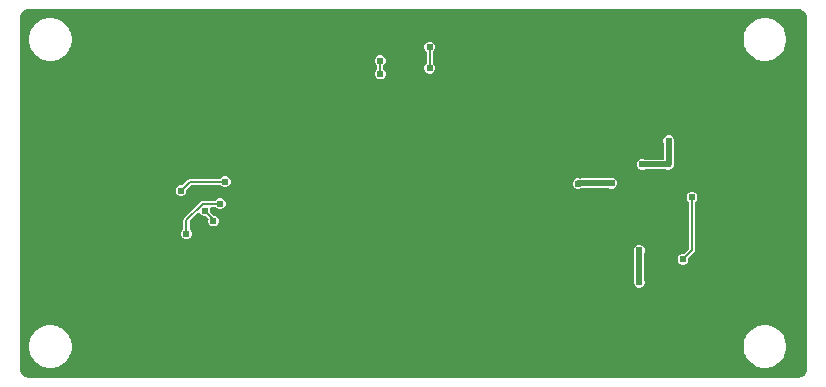
<source format=gbr>
G04*
G04 #@! TF.GenerationSoftware,Altium Limited,Altium Designer,22.4.2 (48)*
G04*
G04 Layer_Physical_Order=2*
G04 Layer_Color=65280*
%FSLAX25Y25*%
%MOIN*%
G70*
G04*
G04 #@! TF.SameCoordinates,B69760C6-9901-4916-8BAC-4CFDAA04743E*
G04*
G04*
G04 #@! TF.FilePolarity,Positive*
G04*
G01*
G75*
%ADD13C,0.02000*%
%ADD55C,0.00800*%
%ADD58C,0.02400*%
G36*
X260531Y123977D02*
X261155Y123852D01*
X261743Y123609D01*
X262272Y123256D01*
X262722Y122806D01*
X263076Y122277D01*
X263320Y121689D01*
X263445Y121065D01*
X263445Y120747D01*
X263433Y3996D01*
X263433Y3996D01*
X263433Y3996D01*
X263433Y3701D01*
X263318Y3124D01*
X263093Y2579D01*
X262766Y2090D01*
X262350Y1673D01*
X261860Y1345D01*
X261316Y1120D01*
X260738Y1004D01*
X260444Y1004D01*
X4114Y1020D01*
X4114Y1020D01*
X4114Y1020D01*
X3809D01*
X3212Y1139D01*
X2648Y1372D01*
X2142Y1710D01*
X1710Y2142D01*
X1372Y2648D01*
X1139Y3212D01*
X1020Y3809D01*
Y4114D01*
X1020Y4114D01*
X1020Y4114D01*
X1012Y120772D01*
X1012Y121086D01*
X1134Y121704D01*
X1375Y122285D01*
X1725Y122809D01*
X2169Y123254D01*
X2692Y123604D01*
X3274Y123845D01*
X3891Y123968D01*
X4206Y123969D01*
X260213Y123977D01*
X260531Y123977D01*
D02*
G37*
%LPC*%
G36*
X250014Y120886D02*
X248812D01*
X248714Y120866D01*
X248613D01*
X247434Y120632D01*
X247342Y120593D01*
X247243Y120574D01*
X246133Y120114D01*
X246049Y120058D01*
X245956Y120019D01*
X244957Y119351D01*
X244886Y119281D01*
X244802Y119225D01*
X243952Y118375D01*
X243897Y118291D01*
X243826Y118220D01*
X243158Y117221D01*
X243119Y117128D01*
X243064Y117044D01*
X242604Y115934D01*
X242584Y115835D01*
X242546Y115743D01*
X242311Y114564D01*
Y114463D01*
X242291Y114365D01*
Y113163D01*
X242311Y113064D01*
Y112964D01*
X242546Y111785D01*
X242584Y111692D01*
X242604Y111594D01*
X243064Y110483D01*
X243119Y110399D01*
X243158Y110307D01*
X243826Y109307D01*
X243897Y109236D01*
X243952Y109153D01*
X244802Y108303D01*
X244886Y108247D01*
X244957Y108176D01*
X245956Y107508D01*
X246049Y107470D01*
X246133Y107414D01*
X247243Y106954D01*
X247342Y106934D01*
X247434Y106896D01*
X248613Y106661D01*
X248714D01*
X248812Y106642D01*
X250014D01*
X250113Y106661D01*
X250213D01*
X251392Y106896D01*
X251485Y106934D01*
X251584Y106954D01*
X252694Y107414D01*
X252778Y107470D01*
X252870Y107508D01*
X253870Y108176D01*
X253941Y108247D01*
X254024Y108303D01*
X254874Y109153D01*
X254930Y109236D01*
X255001Y109307D01*
X255669Y110307D01*
X255707Y110399D01*
X255763Y110483D01*
X256223Y111594D01*
X256243Y111692D01*
X256281Y111785D01*
X256516Y112964D01*
Y113064D01*
X256535Y113163D01*
Y114365D01*
X256516Y114463D01*
Y114564D01*
X256281Y115743D01*
X256243Y115835D01*
X256223Y115934D01*
X255763Y117044D01*
X255707Y117128D01*
X255669Y117221D01*
X255001Y118220D01*
X254930Y118291D01*
X254874Y118375D01*
X254024Y119225D01*
X253941Y119281D01*
X253870Y119351D01*
X252870Y120019D01*
X252778Y120058D01*
X252694Y120114D01*
X251584Y120574D01*
X251485Y120593D01*
X251392Y120632D01*
X250213Y120866D01*
X250113D01*
X250014Y120886D01*
D02*
G37*
G36*
X11825D02*
X10623D01*
X10525Y120866D01*
X10424D01*
X9245Y120632D01*
X9153Y120593D01*
X9054Y120574D01*
X7944Y120114D01*
X7860Y120058D01*
X7767Y120019D01*
X6768Y119351D01*
X6697Y119281D01*
X6613Y119225D01*
X5763Y118375D01*
X5708Y118291D01*
X5637Y118220D01*
X4969Y117221D01*
X4930Y117128D01*
X4875Y117044D01*
X4415Y115934D01*
X4395Y115835D01*
X4357Y115743D01*
X4122Y114564D01*
Y114463D01*
X4103Y114365D01*
Y113163D01*
X4122Y113064D01*
Y112964D01*
X4357Y111785D01*
X4395Y111692D01*
X4415Y111594D01*
X4875Y110483D01*
X4930Y110399D01*
X4969Y110307D01*
X5637Y109307D01*
X5708Y109236D01*
X5763Y109153D01*
X6613Y108303D01*
X6697Y108247D01*
X6768Y108176D01*
X7767Y107508D01*
X7860Y107470D01*
X7944Y107414D01*
X9054Y106954D01*
X9153Y106934D01*
X9245Y106896D01*
X10424Y106661D01*
X10525D01*
X10623Y106642D01*
X11825D01*
X11924Y106661D01*
X12024D01*
X13203Y106896D01*
X13296Y106934D01*
X13395Y106954D01*
X14505Y107414D01*
X14589Y107470D01*
X14681Y107508D01*
X15681Y108176D01*
X15752Y108247D01*
X15835Y108303D01*
X16685Y109153D01*
X16741Y109236D01*
X16812Y109307D01*
X17480Y110307D01*
X17518Y110399D01*
X17574Y110483D01*
X18034Y111594D01*
X18054Y111692D01*
X18092Y111785D01*
X18327Y112964D01*
Y113064D01*
X18346Y113163D01*
Y114365D01*
X18327Y114463D01*
Y114564D01*
X18092Y115743D01*
X18054Y115835D01*
X18034Y115934D01*
X17574Y117044D01*
X17518Y117128D01*
X17480Y117221D01*
X16812Y118220D01*
X16741Y118291D01*
X16685Y118375D01*
X15835Y119225D01*
X15752Y119281D01*
X15681Y119351D01*
X14681Y120019D01*
X14589Y120058D01*
X14505Y120114D01*
X13395Y120574D01*
X13296Y120593D01*
X13203Y120632D01*
X12024Y120866D01*
X11924D01*
X11825Y120886D01*
D02*
G37*
G36*
X138058Y113000D02*
X137342D01*
X136680Y112726D01*
X136174Y112220D01*
X135900Y111558D01*
Y110842D01*
X136174Y110180D01*
X136680Y109674D01*
X136680Y109674D01*
Y105726D01*
X136680Y105726D01*
X136174Y105220D01*
X135900Y104558D01*
Y103842D01*
X136174Y103180D01*
X136680Y102674D01*
X137342Y102400D01*
X138058D01*
X138720Y102674D01*
X139226Y103180D01*
X139500Y103842D01*
Y104558D01*
X139226Y105220D01*
X138720Y105726D01*
X138720Y105726D01*
Y109674D01*
X138720Y109674D01*
X139226Y110180D01*
X139500Y110842D01*
Y111558D01*
X139226Y112220D01*
X138720Y112726D01*
X138058Y113000D01*
D02*
G37*
G36*
X121558Y108500D02*
X120842D01*
X120180Y108226D01*
X119674Y107720D01*
X119400Y107058D01*
Y106342D01*
X119674Y105680D01*
X120180Y105174D01*
X120180Y105174D01*
Y103795D01*
X120180Y103795D01*
X119674Y103288D01*
X119400Y102627D01*
Y101910D01*
X119674Y101249D01*
X120180Y100743D01*
X120842Y100469D01*
X121558D01*
X122220Y100743D01*
X122726Y101249D01*
X123000Y101910D01*
Y102627D01*
X122726Y103288D01*
X122220Y103795D01*
X122220Y103795D01*
Y105174D01*
X122220Y105174D01*
X122726Y105680D01*
X123000Y106342D01*
Y107058D01*
X122726Y107720D01*
X122220Y108226D01*
X121558Y108500D01*
D02*
G37*
G36*
X217758Y81800D02*
X217042D01*
X216380Y81526D01*
X215874Y81020D01*
X215600Y80358D01*
Y79642D01*
X215769Y79235D01*
Y73731D01*
X209365D01*
X208958Y73900D01*
X208242D01*
X207580Y73626D01*
X207074Y73120D01*
X206800Y72458D01*
Y71742D01*
X207074Y71080D01*
X207580Y70574D01*
X208242Y70300D01*
X208958D01*
X209365Y70469D01*
X216435D01*
X216842Y70300D01*
X217558D01*
X218220Y70574D01*
X218726Y71080D01*
X219000Y71742D01*
Y72251D01*
X219031Y72408D01*
Y79235D01*
X219200Y79642D01*
Y80358D01*
X218926Y81020D01*
X218420Y81526D01*
X217758Y81800D01*
D02*
G37*
G36*
X198658Y67600D02*
X197942D01*
X197535Y67431D01*
X188237D01*
X188119Y67408D01*
X187780D01*
X187558Y67500D01*
X186842D01*
X186180Y67226D01*
X185674Y66720D01*
X185400Y66058D01*
Y65342D01*
X185674Y64680D01*
X186180Y64174D01*
X186842Y63900D01*
X187558D01*
X188150Y64145D01*
X188213D01*
X188331Y64169D01*
X197535D01*
X197942Y64000D01*
X198658D01*
X199320Y64274D01*
X199826Y64780D01*
X200100Y65442D01*
Y66158D01*
X199826Y66820D01*
X199320Y67326D01*
X198658Y67600D01*
D02*
G37*
G36*
X69858Y68100D02*
X69142D01*
X68480Y67826D01*
X67974Y67320D01*
X67974Y67320D01*
X57800D01*
X57410Y67242D01*
X57079Y67021D01*
X55158Y65100D01*
X55158Y65100D01*
X54442D01*
X53780Y64826D01*
X53274Y64320D01*
X53000Y63658D01*
Y62942D01*
X53274Y62280D01*
X53780Y61774D01*
X54442Y61500D01*
X55158D01*
X55820Y61774D01*
X56326Y62280D01*
X56600Y62942D01*
Y63658D01*
X56600Y63658D01*
X58222Y65280D01*
X67974D01*
X67974Y65280D01*
X68480Y64774D01*
X69142Y64500D01*
X69858D01*
X70520Y64774D01*
X71026Y65280D01*
X71300Y65942D01*
Y66658D01*
X71026Y67320D01*
X70520Y67826D01*
X69858Y68100D01*
D02*
G37*
G36*
X68258Y60800D02*
X67542D01*
X66880Y60526D01*
X66374Y60020D01*
X66374Y60020D01*
X61989D01*
X61599Y59942D01*
X61268Y59721D01*
X55879Y54332D01*
X55658Y54001D01*
X55580Y53611D01*
Y50526D01*
X55580Y50526D01*
X55074Y50020D01*
X54800Y49358D01*
Y48642D01*
X55074Y47980D01*
X55580Y47474D01*
X56242Y47200D01*
X56958D01*
X57620Y47474D01*
X58126Y47980D01*
X58400Y48642D01*
Y49358D01*
X58126Y50020D01*
X57620Y50526D01*
X57620Y50526D01*
Y53189D01*
X60551Y56120D01*
X61141Y56003D01*
X61274Y55680D01*
X61780Y55174D01*
X62442Y54900D01*
X63158D01*
X63158Y54900D01*
X63966Y54092D01*
X63761Y53597D01*
Y52881D01*
X64035Y52219D01*
X64542Y51713D01*
X65203Y51439D01*
X65919D01*
X66581Y51713D01*
X67087Y52219D01*
X67361Y52881D01*
Y53597D01*
X67087Y54258D01*
X66581Y54765D01*
X65919Y55039D01*
X65903D01*
X64600Y56342D01*
X64600Y56342D01*
Y57058D01*
X64425Y57480D01*
X64719Y57980D01*
X66374D01*
X66374Y57980D01*
X66880Y57474D01*
X67542Y57200D01*
X68258D01*
X68920Y57474D01*
X69426Y57980D01*
X69700Y58642D01*
Y59358D01*
X69426Y60020D01*
X68920Y60526D01*
X68258Y60800D01*
D02*
G37*
G36*
X225458Y63000D02*
X224742D01*
X224080Y62726D01*
X223574Y62220D01*
X223300Y61558D01*
Y60842D01*
X223574Y60180D01*
X224080Y59674D01*
X224080Y59674D01*
Y43922D01*
X222458Y42300D01*
X222458Y42300D01*
X221742D01*
X221080Y42026D01*
X220574Y41520D01*
X220300Y40858D01*
Y40142D01*
X220574Y39480D01*
X221080Y38974D01*
X221742Y38700D01*
X222458D01*
X223120Y38974D01*
X223626Y39480D01*
X223900Y40142D01*
Y40858D01*
X223900Y40858D01*
X225821Y42779D01*
X226042Y43110D01*
X226120Y43500D01*
Y59674D01*
X226120Y59674D01*
X226626Y60180D01*
X226900Y60842D01*
Y61558D01*
X226626Y62220D01*
X226120Y62726D01*
X225458Y63000D01*
D02*
G37*
G36*
X207875Y45228D02*
X207159D01*
X206498Y44954D01*
X205991Y44447D01*
X205717Y43786D01*
Y43069D01*
X205886Y42662D01*
Y33582D01*
X205717Y33175D01*
Y32459D01*
X205991Y31798D01*
X206498Y31291D01*
X207159Y31017D01*
X207875D01*
X208537Y31291D01*
X209043Y31798D01*
X209317Y32459D01*
Y33175D01*
X209149Y33582D01*
Y42662D01*
X209317Y43069D01*
Y43786D01*
X209043Y44447D01*
X208537Y44954D01*
X207875Y45228D01*
D02*
G37*
G36*
X250014Y18523D02*
X248812D01*
X248714Y18504D01*
X248613D01*
X247434Y18269D01*
X247342Y18231D01*
X247243Y18211D01*
X246133Y17751D01*
X246049Y17696D01*
X245956Y17657D01*
X244957Y16989D01*
X244886Y16918D01*
X244802Y16862D01*
X243952Y16013D01*
X243897Y15929D01*
X243826Y15858D01*
X243158Y14859D01*
X243119Y14766D01*
X243064Y14682D01*
X242604Y13572D01*
X242584Y13473D01*
X242546Y13381D01*
X242311Y12201D01*
Y12101D01*
X242291Y12003D01*
Y10801D01*
X242311Y10702D01*
Y10602D01*
X242546Y9423D01*
X242584Y9330D01*
X242604Y9231D01*
X243064Y8121D01*
X243119Y8037D01*
X243158Y7945D01*
X243826Y6945D01*
X243897Y6874D01*
X243952Y6791D01*
X244802Y5941D01*
X244886Y5885D01*
X244957Y5814D01*
X245956Y5146D01*
X246049Y5108D01*
X246133Y5052D01*
X247243Y4592D01*
X247342Y4572D01*
X247434Y4534D01*
X248613Y4299D01*
X248714D01*
X248812Y4280D01*
X250014D01*
X250113Y4299D01*
X250213D01*
X251392Y4534D01*
X251485Y4572D01*
X251584Y4592D01*
X252694Y5052D01*
X252778Y5108D01*
X252870Y5146D01*
X253870Y5814D01*
X253941Y5885D01*
X254024Y5941D01*
X254874Y6791D01*
X254930Y6874D01*
X255001Y6945D01*
X255669Y7945D01*
X255707Y8037D01*
X255763Y8121D01*
X256223Y9231D01*
X256243Y9330D01*
X256281Y9423D01*
X256516Y10602D01*
Y10702D01*
X256535Y10801D01*
Y12003D01*
X256516Y12101D01*
Y12201D01*
X256281Y13381D01*
X256243Y13473D01*
X256223Y13572D01*
X255763Y14682D01*
X255707Y14766D01*
X255669Y14859D01*
X255001Y15858D01*
X254930Y15929D01*
X254874Y16013D01*
X254024Y16862D01*
X253941Y16918D01*
X253870Y16989D01*
X252870Y17657D01*
X252778Y17696D01*
X252694Y17751D01*
X251584Y18211D01*
X251485Y18231D01*
X251392Y18269D01*
X250213Y18504D01*
X250113D01*
X250014Y18523D01*
D02*
G37*
G36*
X11825D02*
X10623D01*
X10525Y18504D01*
X10424D01*
X9245Y18269D01*
X9153Y18231D01*
X9054Y18211D01*
X7944Y17751D01*
X7860Y17696D01*
X7767Y17657D01*
X6768Y16989D01*
X6697Y16918D01*
X6613Y16862D01*
X5763Y16013D01*
X5708Y15929D01*
X5637Y15858D01*
X4969Y14859D01*
X4930Y14766D01*
X4875Y14682D01*
X4415Y13572D01*
X4395Y13473D01*
X4357Y13381D01*
X4122Y12201D01*
Y12101D01*
X4103Y12003D01*
Y10801D01*
X4122Y10702D01*
Y10602D01*
X4357Y9423D01*
X4395Y9330D01*
X4415Y9231D01*
X4875Y8121D01*
X4930Y8037D01*
X4969Y7945D01*
X5637Y6945D01*
X5708Y6874D01*
X5763Y6791D01*
X6613Y5941D01*
X6697Y5885D01*
X6768Y5814D01*
X7767Y5146D01*
X7860Y5108D01*
X7944Y5052D01*
X9054Y4592D01*
X9153Y4572D01*
X9245Y4534D01*
X10424Y4299D01*
X10525D01*
X10623Y4280D01*
X11825D01*
X11924Y4299D01*
X12024D01*
X13203Y4534D01*
X13296Y4572D01*
X13395Y4592D01*
X14505Y5052D01*
X14589Y5108D01*
X14681Y5146D01*
X15681Y5814D01*
X15752Y5885D01*
X15835Y5941D01*
X16685Y6791D01*
X16741Y6874D01*
X16812Y6945D01*
X17480Y7945D01*
X17518Y8037D01*
X17574Y8121D01*
X18034Y9231D01*
X18054Y9330D01*
X18092Y9423D01*
X18327Y10602D01*
Y10702D01*
X18346Y10801D01*
Y12003D01*
X18327Y12101D01*
Y12201D01*
X18092Y13381D01*
X18054Y13473D01*
X18034Y13572D01*
X17574Y14682D01*
X17518Y14766D01*
X17480Y14859D01*
X16812Y15858D01*
X16741Y15929D01*
X16685Y16013D01*
X15835Y16862D01*
X15752Y16918D01*
X15681Y16989D01*
X14681Y17657D01*
X14589Y17696D01*
X14505Y17751D01*
X13395Y18211D01*
X13296Y18231D01*
X13203Y18269D01*
X12024Y18504D01*
X11924D01*
X11825Y18523D01*
D02*
G37*
%LPD*%
D13*
X188237Y65800D02*
X198300D01*
X187276Y65776D02*
X188213D01*
X188237Y65800D01*
X187200Y65700D02*
X187276Y65776D01*
X208600Y72100D02*
X217200D01*
Y72208D02*
X217400Y72408D01*
X217200Y72100D02*
Y72208D01*
X217400Y72408D02*
Y80000D01*
X207517Y32817D02*
Y43428D01*
D55*
X222100Y40500D02*
X225100Y43500D01*
Y61200D01*
X61989Y59000D02*
X67900D01*
X56600Y49000D02*
Y53611D01*
X61989Y59000D01*
X54800Y63300D02*
X57800Y66300D01*
X69500D01*
X62800Y56700D02*
X65255Y54245D01*
Y53545D02*
Y54245D01*
Y53545D02*
X65561Y53239D01*
X137700Y104200D02*
Y111200D01*
X121200Y102269D02*
Y106700D01*
D58*
X215400Y47200D02*
D03*
X198300Y65800D02*
D03*
X187200Y65700D02*
D03*
X75800Y74400D02*
D03*
X87968Y80005D02*
D03*
X83568D02*
D03*
X79232Y80753D02*
D03*
X80035Y74573D02*
D03*
X84391Y75195D02*
D03*
X88791D02*
D03*
X18874Y81741D02*
D03*
X17342Y77617D02*
D03*
X19368Y73711D02*
D03*
X23616Y72562D02*
D03*
X27335Y74913D02*
D03*
X31689Y75547D02*
D03*
X36089D02*
D03*
X40202Y73983D02*
D03*
X47600Y75200D02*
D03*
X56960Y75547D02*
D03*
X61360D02*
D03*
X65760D02*
D03*
X70160D02*
D03*
X75868Y80753D02*
D03*
X71486Y80358D02*
D03*
X67086D02*
D03*
X62686D02*
D03*
X58286D02*
D03*
X53886D02*
D03*
X49486D02*
D03*
X45088Y80484D02*
D03*
X40689Y80358D02*
D03*
X36289D02*
D03*
X31889D02*
D03*
X27503Y80696D02*
D03*
X23955Y83298D02*
D03*
X108600Y37300D02*
D03*
X116925D02*
D03*
X125250D02*
D03*
X133575D02*
D03*
X141900D02*
D03*
X108700Y29000D02*
D03*
X117025D02*
D03*
X125350D02*
D03*
X133675D02*
D03*
X142000D02*
D03*
X108700Y45700D02*
D03*
X117025D02*
D03*
X125350D02*
D03*
X133675D02*
D03*
X142000D02*
D03*
X108700Y54100D02*
D03*
X117025D02*
D03*
X125350D02*
D03*
X133675D02*
D03*
X142000D02*
D03*
X108600Y62100D02*
D03*
X116925D02*
D03*
X125250D02*
D03*
X133575D02*
D03*
X141900D02*
D03*
X108600Y70400D02*
D03*
X116925D02*
D03*
X125250D02*
D03*
X133575D02*
D03*
X141900D02*
D03*
Y78800D02*
D03*
X133575D02*
D03*
X125250D02*
D03*
X116925D02*
D03*
X108600D02*
D03*
X259467Y120459D02*
D03*
Y110459D02*
D03*
Y100459D02*
D03*
Y90459D02*
D03*
Y80459D02*
D03*
Y70459D02*
D03*
Y60459D02*
D03*
Y50459D02*
D03*
Y40459D02*
D03*
Y30459D02*
D03*
Y20459D02*
D03*
Y10459D02*
D03*
X249467Y100459D02*
D03*
Y90459D02*
D03*
Y20459D02*
D03*
X239467Y120459D02*
D03*
Y110459D02*
D03*
Y100459D02*
D03*
Y90459D02*
D03*
Y60459D02*
D03*
Y50459D02*
D03*
Y20459D02*
D03*
Y10459D02*
D03*
X229467Y120459D02*
D03*
Y110459D02*
D03*
Y100459D02*
D03*
Y90459D02*
D03*
Y80459D02*
D03*
Y70459D02*
D03*
Y60459D02*
D03*
Y10459D02*
D03*
X219467Y120459D02*
D03*
Y110459D02*
D03*
Y100459D02*
D03*
Y90459D02*
D03*
X209467Y120459D02*
D03*
Y110459D02*
D03*
Y100459D02*
D03*
Y60459D02*
D03*
X199467Y120459D02*
D03*
Y110459D02*
D03*
Y80459D02*
D03*
Y30459D02*
D03*
X189467Y120459D02*
D03*
Y90459D02*
D03*
Y80459D02*
D03*
Y60459D02*
D03*
Y50459D02*
D03*
Y40459D02*
D03*
Y30459D02*
D03*
Y10459D02*
D03*
X179467Y120459D02*
D03*
Y90459D02*
D03*
Y60459D02*
D03*
Y50459D02*
D03*
Y40459D02*
D03*
Y20459D02*
D03*
X169467Y120459D02*
D03*
Y80459D02*
D03*
Y60459D02*
D03*
Y50459D02*
D03*
Y30459D02*
D03*
Y20459D02*
D03*
X159467Y120459D02*
D03*
Y90459D02*
D03*
Y80459D02*
D03*
Y70459D02*
D03*
Y40459D02*
D03*
Y30459D02*
D03*
Y20459D02*
D03*
X149467Y120459D02*
D03*
Y20459D02*
D03*
X139467Y120459D02*
D03*
Y20459D02*
D03*
X129467Y120459D02*
D03*
Y20459D02*
D03*
X119467Y120459D02*
D03*
Y110459D02*
D03*
Y20459D02*
D03*
X109467Y120459D02*
D03*
Y20459D02*
D03*
X99467Y120459D02*
D03*
Y110459D02*
D03*
Y20459D02*
D03*
X89467Y120459D02*
D03*
Y110459D02*
D03*
Y100459D02*
D03*
Y90459D02*
D03*
Y50459D02*
D03*
Y40459D02*
D03*
Y30459D02*
D03*
Y10459D02*
D03*
X79467Y120459D02*
D03*
Y110459D02*
D03*
Y100459D02*
D03*
Y90459D02*
D03*
Y20459D02*
D03*
Y10459D02*
D03*
X69467Y120459D02*
D03*
Y110459D02*
D03*
Y100459D02*
D03*
Y90459D02*
D03*
Y50459D02*
D03*
Y40459D02*
D03*
Y20459D02*
D03*
X59467Y120459D02*
D03*
Y110459D02*
D03*
Y100459D02*
D03*
Y90459D02*
D03*
Y10459D02*
D03*
X49467Y120459D02*
D03*
Y110459D02*
D03*
Y100459D02*
D03*
Y90459D02*
D03*
Y40459D02*
D03*
Y30459D02*
D03*
Y20459D02*
D03*
Y10459D02*
D03*
X39467Y120459D02*
D03*
Y110459D02*
D03*
Y100459D02*
D03*
Y90459D02*
D03*
Y70459D02*
D03*
Y60459D02*
D03*
Y50459D02*
D03*
Y40459D02*
D03*
Y30459D02*
D03*
Y20459D02*
D03*
Y10459D02*
D03*
X29467Y120459D02*
D03*
Y110459D02*
D03*
Y100459D02*
D03*
Y70459D02*
D03*
Y60459D02*
D03*
Y50459D02*
D03*
Y40459D02*
D03*
Y30459D02*
D03*
Y20459D02*
D03*
Y10459D02*
D03*
X19467Y120459D02*
D03*
Y110459D02*
D03*
Y100459D02*
D03*
Y60459D02*
D03*
Y50459D02*
D03*
Y40459D02*
D03*
Y30459D02*
D03*
Y20459D02*
D03*
X9467Y100459D02*
D03*
Y90459D02*
D03*
Y80459D02*
D03*
Y70459D02*
D03*
Y60459D02*
D03*
Y50459D02*
D03*
Y40459D02*
D03*
Y30459D02*
D03*
Y20459D02*
D03*
X193900Y56000D02*
D03*
X225100Y61200D02*
D03*
X67900Y59000D02*
D03*
X56600Y49000D02*
D03*
X62800Y56700D02*
D03*
X65561Y53239D02*
D03*
X54800Y63300D02*
D03*
X69500Y66300D02*
D03*
X208600Y72100D02*
D03*
X137700Y104200D02*
D03*
Y111200D02*
D03*
X217400Y80000D02*
D03*
X121200Y102269D02*
D03*
Y106700D02*
D03*
X207517Y32817D02*
D03*
X217200Y72100D02*
D03*
X207517Y43428D02*
D03*
X222100Y40500D02*
D03*
M02*

</source>
